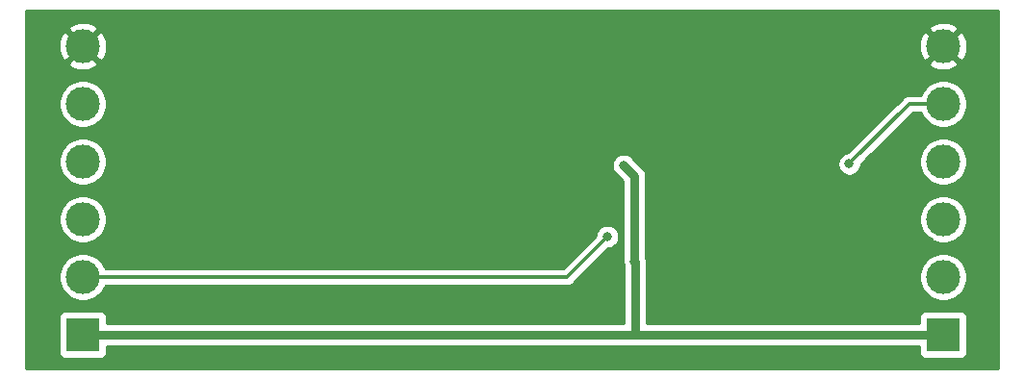
<source format=gbr>
%TF.GenerationSoftware,KiCad,Pcbnew,(5.1.6)-1*%
%TF.CreationDate,2020-11-12T09:23:23-07:00*%
%TF.ProjectId,WhiteJewel,57686974-654a-4657-9765-6c2e6b696361,rev?*%
%TF.SameCoordinates,Original*%
%TF.FileFunction,Copper,L2,Bot*%
%TF.FilePolarity,Positive*%
%FSLAX46Y46*%
G04 Gerber Fmt 4.6, Leading zero omitted, Abs format (unit mm)*
G04 Created by KiCad (PCBNEW (5.1.6)-1) date 2020-11-12 09:23:23*
%MOMM*%
%LPD*%
G01*
G04 APERTURE LIST*
%TA.AperFunction,ComponentPad*%
%ADD10C,3.000000*%
%TD*%
%TA.AperFunction,ComponentPad*%
%ADD11R,3.000000X3.000000*%
%TD*%
%TA.AperFunction,ViaPad*%
%ADD12C,0.800000*%
%TD*%
%TA.AperFunction,Conductor*%
%ADD13C,0.762000*%
%TD*%
%TA.AperFunction,Conductor*%
%ADD14C,0.304800*%
%TD*%
%TA.AperFunction,Conductor*%
%ADD15C,0.254000*%
%TD*%
G04 APERTURE END LIST*
D10*
%TO.P,J1,2*%
%TO.N,Net-(J1-Pad2)*%
X183388000Y-93980000D03*
%TO.P,J1,3*%
%TO.N,Net-(J1-Pad3)*%
X183388000Y-88900000D03*
D11*
%TO.P,J1,1*%
%TO.N,+24V*%
X183388000Y-99060000D03*
D10*
%TO.P,J1,4*%
%TO.N,Net-(J1-Pad4)*%
X183388000Y-83820000D03*
%TO.P,J1,5*%
%TO.N,Net-(J1-Pad5)*%
X183388000Y-78740000D03*
%TO.P,J1,6*%
%TO.N,GND*%
X183388000Y-73660000D03*
%TD*%
%TO.P,J2,6*%
%TO.N,GND*%
X107696000Y-73660000D03*
%TO.P,J2,5*%
%TO.N,Net-(J2-Pad5)*%
X107696000Y-78740000D03*
%TO.P,J2,4*%
%TO.N,Net-(J2-Pad4)*%
X107696000Y-83820000D03*
D11*
%TO.P,J2,1*%
%TO.N,+24V*%
X107696000Y-99060000D03*
D10*
%TO.P,J2,3*%
%TO.N,Net-(J2-Pad3)*%
X107696000Y-88900000D03*
%TO.P,J2,2*%
%TO.N,Net-(J2-Pad2)*%
X107696000Y-93980000D03*
%TD*%
D12*
%TO.N,+24V*%
X156235400Y-92608400D03*
X155270200Y-84150200D03*
%TO.N,Net-(J1-Pad5)*%
X175107600Y-84023200D03*
%TO.N,GND*%
X180136800Y-90906600D03*
X182219600Y-90881200D03*
X181711600Y-91770200D03*
X180695600Y-91795600D03*
X181178200Y-92633800D03*
X181178200Y-90881200D03*
X130276600Y-85852000D03*
X131292600Y-86360000D03*
X131292600Y-87376000D03*
X130276600Y-87376000D03*
X132308600Y-87376000D03*
X133324600Y-87376000D03*
X134340600Y-87376000D03*
X135356600Y-87376000D03*
X136372600Y-87376000D03*
X137388600Y-87376000D03*
X136372600Y-86360000D03*
X137388600Y-85852000D03*
X130276600Y-88392000D03*
X130276600Y-89408000D03*
X130276600Y-90424000D03*
X130276600Y-91440000D03*
X137388600Y-88392000D03*
X137388600Y-89408000D03*
X137388600Y-90424000D03*
X137388600Y-91440000D03*
X131292600Y-90424000D03*
X131292600Y-92202000D03*
X136372600Y-90424000D03*
X136372600Y-92202000D03*
X132308600Y-90424000D03*
X133324600Y-90424000D03*
X134340600Y-90424000D03*
X135356600Y-90424000D03*
X129260600Y-89408000D03*
X128244600Y-89408000D03*
X129260600Y-88392000D03*
X138404600Y-88392000D03*
X138404600Y-89408000D03*
X139496800Y-89408000D03*
X131292600Y-89408000D03*
X132308600Y-89408000D03*
X133324600Y-89408000D03*
X134340600Y-89408000D03*
X135356600Y-89408000D03*
X136372600Y-89408000D03*
X132308600Y-88392000D03*
X133324600Y-88392000D03*
X134340600Y-88392000D03*
X135356600Y-88392000D03*
X138023600Y-74218800D03*
X138023600Y-75488800D03*
X139293600Y-75488800D03*
X139293600Y-74218800D03*
X167055800Y-80543400D03*
X170078400Y-91262200D03*
%TO.N,Net-(J2-Pad2)*%
X153847800Y-90424000D03*
%TD*%
D13*
%TO.N,+24V*%
X164338000Y-99060000D02*
X184150000Y-99060000D01*
X106680000Y-99060000D02*
X154749500Y-99060000D01*
X154749500Y-99060000D02*
X155854400Y-99060000D01*
X156260800Y-99060000D02*
X164338000Y-99060000D01*
X156260800Y-92633800D02*
X156235400Y-92608400D01*
X156260800Y-99060000D02*
X156260800Y-92633800D01*
X155854400Y-99060000D02*
X156260800Y-99060000D01*
X156235400Y-92608400D02*
X156235400Y-85115400D01*
X156235400Y-85115400D02*
X155270200Y-84150200D01*
D14*
%TO.N,Net-(J1-Pad5)*%
X183388000Y-78740000D02*
X180390800Y-78740000D01*
X180390800Y-78740000D02*
X175107600Y-84023200D01*
%TO.N,Net-(J2-Pad2)*%
X107696000Y-93980000D02*
X150291800Y-93980000D01*
X150291800Y-93980000D02*
X153847800Y-90424000D01*
%TD*%
D15*
%TO.N,GND*%
G36*
X188240000Y-102040000D02*
G01*
X102679500Y-102040000D01*
X102679500Y-97560000D01*
X105557928Y-97560000D01*
X105557928Y-100560000D01*
X105570188Y-100684482D01*
X105606498Y-100804180D01*
X105665463Y-100914494D01*
X105744815Y-101011185D01*
X105841506Y-101090537D01*
X105951820Y-101149502D01*
X106071518Y-101185812D01*
X106196000Y-101198072D01*
X109196000Y-101198072D01*
X109320482Y-101185812D01*
X109440180Y-101149502D01*
X109550494Y-101090537D01*
X109647185Y-101011185D01*
X109726537Y-100914494D01*
X109785502Y-100804180D01*
X109821812Y-100684482D01*
X109834072Y-100560000D01*
X109834072Y-100076000D01*
X156210898Y-100076000D01*
X156260800Y-100080915D01*
X156310702Y-100076000D01*
X181249928Y-100076000D01*
X181249928Y-100560000D01*
X181262188Y-100684482D01*
X181298498Y-100804180D01*
X181357463Y-100914494D01*
X181436815Y-101011185D01*
X181533506Y-101090537D01*
X181643820Y-101149502D01*
X181763518Y-101185812D01*
X181888000Y-101198072D01*
X184888000Y-101198072D01*
X185012482Y-101185812D01*
X185132180Y-101149502D01*
X185242494Y-101090537D01*
X185339185Y-101011185D01*
X185418537Y-100914494D01*
X185477502Y-100804180D01*
X185513812Y-100684482D01*
X185526072Y-100560000D01*
X185526072Y-97560000D01*
X185513812Y-97435518D01*
X185477502Y-97315820D01*
X185418537Y-97205506D01*
X185339185Y-97108815D01*
X185242494Y-97029463D01*
X185132180Y-96970498D01*
X185012482Y-96934188D01*
X184888000Y-96921928D01*
X181888000Y-96921928D01*
X181763518Y-96934188D01*
X181643820Y-96970498D01*
X181533506Y-97029463D01*
X181436815Y-97108815D01*
X181357463Y-97205506D01*
X181298498Y-97315820D01*
X181262188Y-97435518D01*
X181249928Y-97560000D01*
X181249928Y-98044000D01*
X157276800Y-98044000D01*
X157276800Y-93769721D01*
X181253000Y-93769721D01*
X181253000Y-94190279D01*
X181335047Y-94602756D01*
X181495988Y-94991302D01*
X181729637Y-95340983D01*
X182027017Y-95638363D01*
X182376698Y-95872012D01*
X182765244Y-96032953D01*
X183177721Y-96115000D01*
X183598279Y-96115000D01*
X184010756Y-96032953D01*
X184399302Y-95872012D01*
X184748983Y-95638363D01*
X185046363Y-95340983D01*
X185280012Y-94991302D01*
X185440953Y-94602756D01*
X185523000Y-94190279D01*
X185523000Y-93769721D01*
X185440953Y-93357244D01*
X185280012Y-92968698D01*
X185046363Y-92619017D01*
X184748983Y-92321637D01*
X184399302Y-92087988D01*
X184010756Y-91927047D01*
X183598279Y-91845000D01*
X183177721Y-91845000D01*
X182765244Y-91927047D01*
X182376698Y-92087988D01*
X182027017Y-92321637D01*
X181729637Y-92619017D01*
X181495988Y-92968698D01*
X181335047Y-93357244D01*
X181253000Y-93769721D01*
X157276800Y-93769721D01*
X157276800Y-92683701D01*
X157281715Y-92633799D01*
X157270400Y-92518919D01*
X157270400Y-92506461D01*
X157267969Y-92494241D01*
X157262098Y-92434630D01*
X157254393Y-92409230D01*
X157251400Y-92399363D01*
X157251400Y-88689721D01*
X181253000Y-88689721D01*
X181253000Y-89110279D01*
X181335047Y-89522756D01*
X181495988Y-89911302D01*
X181729637Y-90260983D01*
X182027017Y-90558363D01*
X182376698Y-90792012D01*
X182765244Y-90952953D01*
X183177721Y-91035000D01*
X183598279Y-91035000D01*
X184010756Y-90952953D01*
X184399302Y-90792012D01*
X184748983Y-90558363D01*
X185046363Y-90260983D01*
X185280012Y-89911302D01*
X185440953Y-89522756D01*
X185523000Y-89110279D01*
X185523000Y-88689721D01*
X185440953Y-88277244D01*
X185280012Y-87888698D01*
X185046363Y-87539017D01*
X184748983Y-87241637D01*
X184399302Y-87007988D01*
X184010756Y-86847047D01*
X183598279Y-86765000D01*
X183177721Y-86765000D01*
X182765244Y-86847047D01*
X182376698Y-87007988D01*
X182027017Y-87241637D01*
X181729637Y-87539017D01*
X181495988Y-87888698D01*
X181335047Y-88277244D01*
X181253000Y-88689721D01*
X157251400Y-88689721D01*
X157251400Y-85165302D01*
X157256315Y-85115400D01*
X157236698Y-84916229D01*
X157178602Y-84724712D01*
X157115855Y-84607321D01*
X157084260Y-84548210D01*
X156957296Y-84393504D01*
X156918533Y-84361692D01*
X156478102Y-83921261D01*
X174072600Y-83921261D01*
X174072600Y-84125139D01*
X174112374Y-84325098D01*
X174190395Y-84513456D01*
X174303663Y-84682974D01*
X174447826Y-84827137D01*
X174617344Y-84940405D01*
X174805702Y-85018426D01*
X175005661Y-85058200D01*
X175209539Y-85058200D01*
X175409498Y-85018426D01*
X175597856Y-84940405D01*
X175767374Y-84827137D01*
X175911537Y-84682974D01*
X176024805Y-84513456D01*
X176102826Y-84325098D01*
X176142600Y-84125139D01*
X176142600Y-84101750D01*
X176634629Y-83609721D01*
X181253000Y-83609721D01*
X181253000Y-84030279D01*
X181335047Y-84442756D01*
X181495988Y-84831302D01*
X181729637Y-85180983D01*
X182027017Y-85478363D01*
X182376698Y-85712012D01*
X182765244Y-85872953D01*
X183177721Y-85955000D01*
X183598279Y-85955000D01*
X184010756Y-85872953D01*
X184399302Y-85712012D01*
X184748983Y-85478363D01*
X185046363Y-85180983D01*
X185280012Y-84831302D01*
X185440953Y-84442756D01*
X185523000Y-84030279D01*
X185523000Y-83609721D01*
X185440953Y-83197244D01*
X185280012Y-82808698D01*
X185046363Y-82459017D01*
X184748983Y-82161637D01*
X184399302Y-81927988D01*
X184010756Y-81767047D01*
X183598279Y-81685000D01*
X183177721Y-81685000D01*
X182765244Y-81767047D01*
X182376698Y-81927988D01*
X182027017Y-82161637D01*
X181729637Y-82459017D01*
X181495988Y-82808698D01*
X181335047Y-83197244D01*
X181253000Y-83609721D01*
X176634629Y-83609721D01*
X180716952Y-79527400D01*
X181403245Y-79527400D01*
X181495988Y-79751302D01*
X181729637Y-80100983D01*
X182027017Y-80398363D01*
X182376698Y-80632012D01*
X182765244Y-80792953D01*
X183177721Y-80875000D01*
X183598279Y-80875000D01*
X184010756Y-80792953D01*
X184399302Y-80632012D01*
X184748983Y-80398363D01*
X185046363Y-80100983D01*
X185280012Y-79751302D01*
X185440953Y-79362756D01*
X185523000Y-78950279D01*
X185523000Y-78529721D01*
X185440953Y-78117244D01*
X185280012Y-77728698D01*
X185046363Y-77379017D01*
X184748983Y-77081637D01*
X184399302Y-76847988D01*
X184010756Y-76687047D01*
X183598279Y-76605000D01*
X183177721Y-76605000D01*
X182765244Y-76687047D01*
X182376698Y-76847988D01*
X182027017Y-77081637D01*
X181729637Y-77379017D01*
X181495988Y-77728698D01*
X181403245Y-77952600D01*
X180429462Y-77952600D01*
X180390799Y-77948792D01*
X180352136Y-77952600D01*
X180352127Y-77952600D01*
X180236443Y-77963994D01*
X180088017Y-78009018D01*
X179951228Y-78082134D01*
X179951226Y-78082135D01*
X179951227Y-78082135D01*
X179861369Y-78155879D01*
X179861367Y-78155881D01*
X179831331Y-78180531D01*
X179806681Y-78210567D01*
X175029050Y-82988200D01*
X175005661Y-82988200D01*
X174805702Y-83027974D01*
X174617344Y-83105995D01*
X174447826Y-83219263D01*
X174303663Y-83363426D01*
X174190395Y-83532944D01*
X174112374Y-83721302D01*
X174072600Y-83921261D01*
X156478102Y-83921261D01*
X156128246Y-83571405D01*
X156074137Y-83490426D01*
X155929974Y-83346263D01*
X155760456Y-83232995D01*
X155572098Y-83154974D01*
X155372139Y-83115200D01*
X155168261Y-83115200D01*
X154968302Y-83154974D01*
X154779944Y-83232995D01*
X154610426Y-83346263D01*
X154466263Y-83490426D01*
X154352995Y-83659944D01*
X154274974Y-83848302D01*
X154235200Y-84048261D01*
X154235200Y-84252139D01*
X154274974Y-84452098D01*
X154352995Y-84640456D01*
X154466263Y-84809974D01*
X154610426Y-84954137D01*
X154691405Y-85008246D01*
X155219401Y-85536242D01*
X155219400Y-92410941D01*
X155200400Y-92506461D01*
X155200400Y-92710339D01*
X155240174Y-92910298D01*
X155244801Y-92921468D01*
X155244800Y-98044000D01*
X109834072Y-98044000D01*
X109834072Y-97560000D01*
X109821812Y-97435518D01*
X109785502Y-97315820D01*
X109726537Y-97205506D01*
X109647185Y-97108815D01*
X109550494Y-97029463D01*
X109440180Y-96970498D01*
X109320482Y-96934188D01*
X109196000Y-96921928D01*
X106196000Y-96921928D01*
X106071518Y-96934188D01*
X105951820Y-96970498D01*
X105841506Y-97029463D01*
X105744815Y-97108815D01*
X105665463Y-97205506D01*
X105606498Y-97315820D01*
X105570188Y-97435518D01*
X105557928Y-97560000D01*
X102679500Y-97560000D01*
X102679500Y-93769721D01*
X105561000Y-93769721D01*
X105561000Y-94190279D01*
X105643047Y-94602756D01*
X105803988Y-94991302D01*
X106037637Y-95340983D01*
X106335017Y-95638363D01*
X106684698Y-95872012D01*
X107073244Y-96032953D01*
X107485721Y-96115000D01*
X107906279Y-96115000D01*
X108318756Y-96032953D01*
X108707302Y-95872012D01*
X109056983Y-95638363D01*
X109354363Y-95340983D01*
X109588012Y-94991302D01*
X109680755Y-94767400D01*
X150253137Y-94767400D01*
X150291800Y-94771208D01*
X150330463Y-94767400D01*
X150330473Y-94767400D01*
X150446157Y-94756006D01*
X150594583Y-94710982D01*
X150731372Y-94637866D01*
X150851269Y-94539469D01*
X150875928Y-94509422D01*
X153926352Y-91459000D01*
X153949739Y-91459000D01*
X154149698Y-91419226D01*
X154338056Y-91341205D01*
X154507574Y-91227937D01*
X154651737Y-91083774D01*
X154765005Y-90914256D01*
X154843026Y-90725898D01*
X154882800Y-90525939D01*
X154882800Y-90322061D01*
X154843026Y-90122102D01*
X154765005Y-89933744D01*
X154651737Y-89764226D01*
X154507574Y-89620063D01*
X154338056Y-89506795D01*
X154149698Y-89428774D01*
X153949739Y-89389000D01*
X153745861Y-89389000D01*
X153545902Y-89428774D01*
X153357544Y-89506795D01*
X153188026Y-89620063D01*
X153043863Y-89764226D01*
X152930595Y-89933744D01*
X152852574Y-90122102D01*
X152812800Y-90322061D01*
X152812800Y-90345448D01*
X149965650Y-93192600D01*
X109680755Y-93192600D01*
X109588012Y-92968698D01*
X109354363Y-92619017D01*
X109056983Y-92321637D01*
X108707302Y-92087988D01*
X108318756Y-91927047D01*
X107906279Y-91845000D01*
X107485721Y-91845000D01*
X107073244Y-91927047D01*
X106684698Y-92087988D01*
X106335017Y-92321637D01*
X106037637Y-92619017D01*
X105803988Y-92968698D01*
X105643047Y-93357244D01*
X105561000Y-93769721D01*
X102679500Y-93769721D01*
X102679500Y-88689721D01*
X105561000Y-88689721D01*
X105561000Y-89110279D01*
X105643047Y-89522756D01*
X105803988Y-89911302D01*
X106037637Y-90260983D01*
X106335017Y-90558363D01*
X106684698Y-90792012D01*
X107073244Y-90952953D01*
X107485721Y-91035000D01*
X107906279Y-91035000D01*
X108318756Y-90952953D01*
X108707302Y-90792012D01*
X109056983Y-90558363D01*
X109354363Y-90260983D01*
X109588012Y-89911302D01*
X109748953Y-89522756D01*
X109831000Y-89110279D01*
X109831000Y-88689721D01*
X109748953Y-88277244D01*
X109588012Y-87888698D01*
X109354363Y-87539017D01*
X109056983Y-87241637D01*
X108707302Y-87007988D01*
X108318756Y-86847047D01*
X107906279Y-86765000D01*
X107485721Y-86765000D01*
X107073244Y-86847047D01*
X106684698Y-87007988D01*
X106335017Y-87241637D01*
X106037637Y-87539017D01*
X105803988Y-87888698D01*
X105643047Y-88277244D01*
X105561000Y-88689721D01*
X102679500Y-88689721D01*
X102679500Y-83609721D01*
X105561000Y-83609721D01*
X105561000Y-84030279D01*
X105643047Y-84442756D01*
X105803988Y-84831302D01*
X106037637Y-85180983D01*
X106335017Y-85478363D01*
X106684698Y-85712012D01*
X107073244Y-85872953D01*
X107485721Y-85955000D01*
X107906279Y-85955000D01*
X108318756Y-85872953D01*
X108707302Y-85712012D01*
X109056983Y-85478363D01*
X109354363Y-85180983D01*
X109588012Y-84831302D01*
X109748953Y-84442756D01*
X109831000Y-84030279D01*
X109831000Y-83609721D01*
X109748953Y-83197244D01*
X109588012Y-82808698D01*
X109354363Y-82459017D01*
X109056983Y-82161637D01*
X108707302Y-81927988D01*
X108318756Y-81767047D01*
X107906279Y-81685000D01*
X107485721Y-81685000D01*
X107073244Y-81767047D01*
X106684698Y-81927988D01*
X106335017Y-82161637D01*
X106037637Y-82459017D01*
X105803988Y-82808698D01*
X105643047Y-83197244D01*
X105561000Y-83609721D01*
X102679500Y-83609721D01*
X102679500Y-78529721D01*
X105561000Y-78529721D01*
X105561000Y-78950279D01*
X105643047Y-79362756D01*
X105803988Y-79751302D01*
X106037637Y-80100983D01*
X106335017Y-80398363D01*
X106684698Y-80632012D01*
X107073244Y-80792953D01*
X107485721Y-80875000D01*
X107906279Y-80875000D01*
X108318756Y-80792953D01*
X108707302Y-80632012D01*
X109056983Y-80398363D01*
X109354363Y-80100983D01*
X109588012Y-79751302D01*
X109748953Y-79362756D01*
X109831000Y-78950279D01*
X109831000Y-78529721D01*
X109748953Y-78117244D01*
X109588012Y-77728698D01*
X109354363Y-77379017D01*
X109056983Y-77081637D01*
X108707302Y-76847988D01*
X108318756Y-76687047D01*
X107906279Y-76605000D01*
X107485721Y-76605000D01*
X107073244Y-76687047D01*
X106684698Y-76847988D01*
X106335017Y-77081637D01*
X106037637Y-77379017D01*
X105803988Y-77728698D01*
X105643047Y-78117244D01*
X105561000Y-78529721D01*
X102679500Y-78529721D01*
X102679500Y-75151653D01*
X106383952Y-75151653D01*
X106539962Y-75467214D01*
X106914745Y-75658020D01*
X107319551Y-75772044D01*
X107738824Y-75804902D01*
X108156451Y-75755334D01*
X108556383Y-75625243D01*
X108852038Y-75467214D01*
X109008048Y-75151653D01*
X182075952Y-75151653D01*
X182231962Y-75467214D01*
X182606745Y-75658020D01*
X183011551Y-75772044D01*
X183430824Y-75804902D01*
X183848451Y-75755334D01*
X184248383Y-75625243D01*
X184544038Y-75467214D01*
X184700048Y-75151653D01*
X183388000Y-73839605D01*
X182075952Y-75151653D01*
X109008048Y-75151653D01*
X107696000Y-73839605D01*
X106383952Y-75151653D01*
X102679500Y-75151653D01*
X102679500Y-73702824D01*
X105551098Y-73702824D01*
X105600666Y-74120451D01*
X105730757Y-74520383D01*
X105888786Y-74816038D01*
X106204347Y-74972048D01*
X107516395Y-73660000D01*
X107875605Y-73660000D01*
X109187653Y-74972048D01*
X109503214Y-74816038D01*
X109694020Y-74441255D01*
X109808044Y-74036449D01*
X109834189Y-73702824D01*
X181243098Y-73702824D01*
X181292666Y-74120451D01*
X181422757Y-74520383D01*
X181580786Y-74816038D01*
X181896347Y-74972048D01*
X183208395Y-73660000D01*
X183567605Y-73660000D01*
X184879653Y-74972048D01*
X185195214Y-74816038D01*
X185386020Y-74441255D01*
X185500044Y-74036449D01*
X185532902Y-73617176D01*
X185483334Y-73199549D01*
X185353243Y-72799617D01*
X185195214Y-72503962D01*
X184879653Y-72347952D01*
X183567605Y-73660000D01*
X183208395Y-73660000D01*
X181896347Y-72347952D01*
X181580786Y-72503962D01*
X181389980Y-72878745D01*
X181275956Y-73283551D01*
X181243098Y-73702824D01*
X109834189Y-73702824D01*
X109840902Y-73617176D01*
X109791334Y-73199549D01*
X109661243Y-72799617D01*
X109503214Y-72503962D01*
X109187653Y-72347952D01*
X107875605Y-73660000D01*
X107516395Y-73660000D01*
X106204347Y-72347952D01*
X105888786Y-72503962D01*
X105697980Y-72878745D01*
X105583956Y-73283551D01*
X105551098Y-73702824D01*
X102679500Y-73702824D01*
X102679500Y-72168347D01*
X106383952Y-72168347D01*
X107696000Y-73480395D01*
X109008048Y-72168347D01*
X182075952Y-72168347D01*
X183388000Y-73480395D01*
X184700048Y-72168347D01*
X184544038Y-71852786D01*
X184169255Y-71661980D01*
X183764449Y-71547956D01*
X183345176Y-71515098D01*
X182927549Y-71564666D01*
X182527617Y-71694757D01*
X182231962Y-71852786D01*
X182075952Y-72168347D01*
X109008048Y-72168347D01*
X108852038Y-71852786D01*
X108477255Y-71661980D01*
X108072449Y-71547956D01*
X107653176Y-71515098D01*
X107235549Y-71564666D01*
X106835617Y-71694757D01*
X106539962Y-71852786D01*
X106383952Y-72168347D01*
X102679500Y-72168347D01*
X102679500Y-70510000D01*
X188240001Y-70510000D01*
X188240000Y-102040000D01*
G37*
X188240000Y-102040000D02*
X102679500Y-102040000D01*
X102679500Y-97560000D01*
X105557928Y-97560000D01*
X105557928Y-100560000D01*
X105570188Y-100684482D01*
X105606498Y-100804180D01*
X105665463Y-100914494D01*
X105744815Y-101011185D01*
X105841506Y-101090537D01*
X105951820Y-101149502D01*
X106071518Y-101185812D01*
X106196000Y-101198072D01*
X109196000Y-101198072D01*
X109320482Y-101185812D01*
X109440180Y-101149502D01*
X109550494Y-101090537D01*
X109647185Y-101011185D01*
X109726537Y-100914494D01*
X109785502Y-100804180D01*
X109821812Y-100684482D01*
X109834072Y-100560000D01*
X109834072Y-100076000D01*
X156210898Y-100076000D01*
X156260800Y-100080915D01*
X156310702Y-100076000D01*
X181249928Y-100076000D01*
X181249928Y-100560000D01*
X181262188Y-100684482D01*
X181298498Y-100804180D01*
X181357463Y-100914494D01*
X181436815Y-101011185D01*
X181533506Y-101090537D01*
X181643820Y-101149502D01*
X181763518Y-101185812D01*
X181888000Y-101198072D01*
X184888000Y-101198072D01*
X185012482Y-101185812D01*
X185132180Y-101149502D01*
X185242494Y-101090537D01*
X185339185Y-101011185D01*
X185418537Y-100914494D01*
X185477502Y-100804180D01*
X185513812Y-100684482D01*
X185526072Y-100560000D01*
X185526072Y-97560000D01*
X185513812Y-97435518D01*
X185477502Y-97315820D01*
X185418537Y-97205506D01*
X185339185Y-97108815D01*
X185242494Y-97029463D01*
X185132180Y-96970498D01*
X185012482Y-96934188D01*
X184888000Y-96921928D01*
X181888000Y-96921928D01*
X181763518Y-96934188D01*
X181643820Y-96970498D01*
X181533506Y-97029463D01*
X181436815Y-97108815D01*
X181357463Y-97205506D01*
X181298498Y-97315820D01*
X181262188Y-97435518D01*
X181249928Y-97560000D01*
X181249928Y-98044000D01*
X157276800Y-98044000D01*
X157276800Y-93769721D01*
X181253000Y-93769721D01*
X181253000Y-94190279D01*
X181335047Y-94602756D01*
X181495988Y-94991302D01*
X181729637Y-95340983D01*
X182027017Y-95638363D01*
X182376698Y-95872012D01*
X182765244Y-96032953D01*
X183177721Y-96115000D01*
X183598279Y-96115000D01*
X184010756Y-96032953D01*
X184399302Y-95872012D01*
X184748983Y-95638363D01*
X185046363Y-95340983D01*
X185280012Y-94991302D01*
X185440953Y-94602756D01*
X185523000Y-94190279D01*
X185523000Y-93769721D01*
X185440953Y-93357244D01*
X185280012Y-92968698D01*
X185046363Y-92619017D01*
X184748983Y-92321637D01*
X184399302Y-92087988D01*
X184010756Y-91927047D01*
X183598279Y-91845000D01*
X183177721Y-91845000D01*
X182765244Y-91927047D01*
X182376698Y-92087988D01*
X182027017Y-92321637D01*
X181729637Y-92619017D01*
X181495988Y-92968698D01*
X181335047Y-93357244D01*
X181253000Y-93769721D01*
X157276800Y-93769721D01*
X157276800Y-92683701D01*
X157281715Y-92633799D01*
X157270400Y-92518919D01*
X157270400Y-92506461D01*
X157267969Y-92494241D01*
X157262098Y-92434630D01*
X157254393Y-92409230D01*
X157251400Y-92399363D01*
X157251400Y-88689721D01*
X181253000Y-88689721D01*
X181253000Y-89110279D01*
X181335047Y-89522756D01*
X181495988Y-89911302D01*
X181729637Y-90260983D01*
X182027017Y-90558363D01*
X182376698Y-90792012D01*
X182765244Y-90952953D01*
X183177721Y-91035000D01*
X183598279Y-91035000D01*
X184010756Y-90952953D01*
X184399302Y-90792012D01*
X184748983Y-90558363D01*
X185046363Y-90260983D01*
X185280012Y-89911302D01*
X185440953Y-89522756D01*
X185523000Y-89110279D01*
X185523000Y-88689721D01*
X185440953Y-88277244D01*
X185280012Y-87888698D01*
X185046363Y-87539017D01*
X184748983Y-87241637D01*
X184399302Y-87007988D01*
X184010756Y-86847047D01*
X183598279Y-86765000D01*
X183177721Y-86765000D01*
X182765244Y-86847047D01*
X182376698Y-87007988D01*
X182027017Y-87241637D01*
X181729637Y-87539017D01*
X181495988Y-87888698D01*
X181335047Y-88277244D01*
X181253000Y-88689721D01*
X157251400Y-88689721D01*
X157251400Y-85165302D01*
X157256315Y-85115400D01*
X157236698Y-84916229D01*
X157178602Y-84724712D01*
X157115855Y-84607321D01*
X157084260Y-84548210D01*
X156957296Y-84393504D01*
X156918533Y-84361692D01*
X156478102Y-83921261D01*
X174072600Y-83921261D01*
X174072600Y-84125139D01*
X174112374Y-84325098D01*
X174190395Y-84513456D01*
X174303663Y-84682974D01*
X174447826Y-84827137D01*
X174617344Y-84940405D01*
X174805702Y-85018426D01*
X175005661Y-85058200D01*
X175209539Y-85058200D01*
X175409498Y-85018426D01*
X175597856Y-84940405D01*
X175767374Y-84827137D01*
X175911537Y-84682974D01*
X176024805Y-84513456D01*
X176102826Y-84325098D01*
X176142600Y-84125139D01*
X176142600Y-84101750D01*
X176634629Y-83609721D01*
X181253000Y-83609721D01*
X181253000Y-84030279D01*
X181335047Y-84442756D01*
X181495988Y-84831302D01*
X181729637Y-85180983D01*
X182027017Y-85478363D01*
X182376698Y-85712012D01*
X182765244Y-85872953D01*
X183177721Y-85955000D01*
X183598279Y-85955000D01*
X184010756Y-85872953D01*
X184399302Y-85712012D01*
X184748983Y-85478363D01*
X185046363Y-85180983D01*
X185280012Y-84831302D01*
X185440953Y-84442756D01*
X185523000Y-84030279D01*
X185523000Y-83609721D01*
X185440953Y-83197244D01*
X185280012Y-82808698D01*
X185046363Y-82459017D01*
X184748983Y-82161637D01*
X184399302Y-81927988D01*
X184010756Y-81767047D01*
X183598279Y-81685000D01*
X183177721Y-81685000D01*
X182765244Y-81767047D01*
X182376698Y-81927988D01*
X182027017Y-82161637D01*
X181729637Y-82459017D01*
X181495988Y-82808698D01*
X181335047Y-83197244D01*
X181253000Y-83609721D01*
X176634629Y-83609721D01*
X180716952Y-79527400D01*
X181403245Y-79527400D01*
X181495988Y-79751302D01*
X181729637Y-80100983D01*
X182027017Y-80398363D01*
X182376698Y-80632012D01*
X182765244Y-80792953D01*
X183177721Y-80875000D01*
X183598279Y-80875000D01*
X184010756Y-80792953D01*
X184399302Y-80632012D01*
X184748983Y-80398363D01*
X185046363Y-80100983D01*
X185280012Y-79751302D01*
X185440953Y-79362756D01*
X185523000Y-78950279D01*
X185523000Y-78529721D01*
X185440953Y-78117244D01*
X185280012Y-77728698D01*
X185046363Y-77379017D01*
X184748983Y-77081637D01*
X184399302Y-76847988D01*
X184010756Y-76687047D01*
X183598279Y-76605000D01*
X183177721Y-76605000D01*
X182765244Y-76687047D01*
X182376698Y-76847988D01*
X182027017Y-77081637D01*
X181729637Y-77379017D01*
X181495988Y-77728698D01*
X181403245Y-77952600D01*
X180429462Y-77952600D01*
X180390799Y-77948792D01*
X180352136Y-77952600D01*
X180352127Y-77952600D01*
X180236443Y-77963994D01*
X180088017Y-78009018D01*
X179951228Y-78082134D01*
X179951226Y-78082135D01*
X179951227Y-78082135D01*
X179861369Y-78155879D01*
X179861367Y-78155881D01*
X179831331Y-78180531D01*
X179806681Y-78210567D01*
X175029050Y-82988200D01*
X175005661Y-82988200D01*
X174805702Y-83027974D01*
X174617344Y-83105995D01*
X174447826Y-83219263D01*
X174303663Y-83363426D01*
X174190395Y-83532944D01*
X174112374Y-83721302D01*
X174072600Y-83921261D01*
X156478102Y-83921261D01*
X156128246Y-83571405D01*
X156074137Y-83490426D01*
X155929974Y-83346263D01*
X155760456Y-83232995D01*
X155572098Y-83154974D01*
X155372139Y-83115200D01*
X155168261Y-83115200D01*
X154968302Y-83154974D01*
X154779944Y-83232995D01*
X154610426Y-83346263D01*
X154466263Y-83490426D01*
X154352995Y-83659944D01*
X154274974Y-83848302D01*
X154235200Y-84048261D01*
X154235200Y-84252139D01*
X154274974Y-84452098D01*
X154352995Y-84640456D01*
X154466263Y-84809974D01*
X154610426Y-84954137D01*
X154691405Y-85008246D01*
X155219401Y-85536242D01*
X155219400Y-92410941D01*
X155200400Y-92506461D01*
X155200400Y-92710339D01*
X155240174Y-92910298D01*
X155244801Y-92921468D01*
X155244800Y-98044000D01*
X109834072Y-98044000D01*
X109834072Y-97560000D01*
X109821812Y-97435518D01*
X109785502Y-97315820D01*
X109726537Y-97205506D01*
X109647185Y-97108815D01*
X109550494Y-97029463D01*
X109440180Y-96970498D01*
X109320482Y-96934188D01*
X109196000Y-96921928D01*
X106196000Y-96921928D01*
X106071518Y-96934188D01*
X105951820Y-96970498D01*
X105841506Y-97029463D01*
X105744815Y-97108815D01*
X105665463Y-97205506D01*
X105606498Y-97315820D01*
X105570188Y-97435518D01*
X105557928Y-97560000D01*
X102679500Y-97560000D01*
X102679500Y-93769721D01*
X105561000Y-93769721D01*
X105561000Y-94190279D01*
X105643047Y-94602756D01*
X105803988Y-94991302D01*
X106037637Y-95340983D01*
X106335017Y-95638363D01*
X106684698Y-95872012D01*
X107073244Y-96032953D01*
X107485721Y-96115000D01*
X107906279Y-96115000D01*
X108318756Y-96032953D01*
X108707302Y-95872012D01*
X109056983Y-95638363D01*
X109354363Y-95340983D01*
X109588012Y-94991302D01*
X109680755Y-94767400D01*
X150253137Y-94767400D01*
X150291800Y-94771208D01*
X150330463Y-94767400D01*
X150330473Y-94767400D01*
X150446157Y-94756006D01*
X150594583Y-94710982D01*
X150731372Y-94637866D01*
X150851269Y-94539469D01*
X150875928Y-94509422D01*
X153926352Y-91459000D01*
X153949739Y-91459000D01*
X154149698Y-91419226D01*
X154338056Y-91341205D01*
X154507574Y-91227937D01*
X154651737Y-91083774D01*
X154765005Y-90914256D01*
X154843026Y-90725898D01*
X154882800Y-90525939D01*
X154882800Y-90322061D01*
X154843026Y-90122102D01*
X154765005Y-89933744D01*
X154651737Y-89764226D01*
X154507574Y-89620063D01*
X154338056Y-89506795D01*
X154149698Y-89428774D01*
X153949739Y-89389000D01*
X153745861Y-89389000D01*
X153545902Y-89428774D01*
X153357544Y-89506795D01*
X153188026Y-89620063D01*
X153043863Y-89764226D01*
X152930595Y-89933744D01*
X152852574Y-90122102D01*
X152812800Y-90322061D01*
X152812800Y-90345448D01*
X149965650Y-93192600D01*
X109680755Y-93192600D01*
X109588012Y-92968698D01*
X109354363Y-92619017D01*
X109056983Y-92321637D01*
X108707302Y-92087988D01*
X108318756Y-91927047D01*
X107906279Y-91845000D01*
X107485721Y-91845000D01*
X107073244Y-91927047D01*
X106684698Y-92087988D01*
X106335017Y-92321637D01*
X106037637Y-92619017D01*
X105803988Y-92968698D01*
X105643047Y-93357244D01*
X105561000Y-93769721D01*
X102679500Y-93769721D01*
X102679500Y-88689721D01*
X105561000Y-88689721D01*
X105561000Y-89110279D01*
X105643047Y-89522756D01*
X105803988Y-89911302D01*
X106037637Y-90260983D01*
X106335017Y-90558363D01*
X106684698Y-90792012D01*
X107073244Y-90952953D01*
X107485721Y-91035000D01*
X107906279Y-91035000D01*
X108318756Y-90952953D01*
X108707302Y-90792012D01*
X109056983Y-90558363D01*
X109354363Y-90260983D01*
X109588012Y-89911302D01*
X109748953Y-89522756D01*
X109831000Y-89110279D01*
X109831000Y-88689721D01*
X109748953Y-88277244D01*
X109588012Y-87888698D01*
X109354363Y-87539017D01*
X109056983Y-87241637D01*
X108707302Y-87007988D01*
X108318756Y-86847047D01*
X107906279Y-86765000D01*
X107485721Y-86765000D01*
X107073244Y-86847047D01*
X106684698Y-87007988D01*
X106335017Y-87241637D01*
X106037637Y-87539017D01*
X105803988Y-87888698D01*
X105643047Y-88277244D01*
X105561000Y-88689721D01*
X102679500Y-88689721D01*
X102679500Y-83609721D01*
X105561000Y-83609721D01*
X105561000Y-84030279D01*
X105643047Y-84442756D01*
X105803988Y-84831302D01*
X106037637Y-85180983D01*
X106335017Y-85478363D01*
X106684698Y-85712012D01*
X107073244Y-85872953D01*
X107485721Y-85955000D01*
X107906279Y-85955000D01*
X108318756Y-85872953D01*
X108707302Y-85712012D01*
X109056983Y-85478363D01*
X109354363Y-85180983D01*
X109588012Y-84831302D01*
X109748953Y-84442756D01*
X109831000Y-84030279D01*
X109831000Y-83609721D01*
X109748953Y-83197244D01*
X109588012Y-82808698D01*
X109354363Y-82459017D01*
X109056983Y-82161637D01*
X108707302Y-81927988D01*
X108318756Y-81767047D01*
X107906279Y-81685000D01*
X107485721Y-81685000D01*
X107073244Y-81767047D01*
X106684698Y-81927988D01*
X106335017Y-82161637D01*
X106037637Y-82459017D01*
X105803988Y-82808698D01*
X105643047Y-83197244D01*
X105561000Y-83609721D01*
X102679500Y-83609721D01*
X102679500Y-78529721D01*
X105561000Y-78529721D01*
X105561000Y-78950279D01*
X105643047Y-79362756D01*
X105803988Y-79751302D01*
X106037637Y-80100983D01*
X106335017Y-80398363D01*
X106684698Y-80632012D01*
X107073244Y-80792953D01*
X107485721Y-80875000D01*
X107906279Y-80875000D01*
X108318756Y-80792953D01*
X108707302Y-80632012D01*
X109056983Y-80398363D01*
X109354363Y-80100983D01*
X109588012Y-79751302D01*
X109748953Y-79362756D01*
X109831000Y-78950279D01*
X109831000Y-78529721D01*
X109748953Y-78117244D01*
X109588012Y-77728698D01*
X109354363Y-77379017D01*
X109056983Y-77081637D01*
X108707302Y-76847988D01*
X108318756Y-76687047D01*
X107906279Y-76605000D01*
X107485721Y-76605000D01*
X107073244Y-76687047D01*
X106684698Y-76847988D01*
X106335017Y-77081637D01*
X106037637Y-77379017D01*
X105803988Y-77728698D01*
X105643047Y-78117244D01*
X105561000Y-78529721D01*
X102679500Y-78529721D01*
X102679500Y-75151653D01*
X106383952Y-75151653D01*
X106539962Y-75467214D01*
X106914745Y-75658020D01*
X107319551Y-75772044D01*
X107738824Y-75804902D01*
X108156451Y-75755334D01*
X108556383Y-75625243D01*
X108852038Y-75467214D01*
X109008048Y-75151653D01*
X182075952Y-75151653D01*
X182231962Y-75467214D01*
X182606745Y-75658020D01*
X183011551Y-75772044D01*
X183430824Y-75804902D01*
X183848451Y-75755334D01*
X184248383Y-75625243D01*
X184544038Y-75467214D01*
X184700048Y-75151653D01*
X183388000Y-73839605D01*
X182075952Y-75151653D01*
X109008048Y-75151653D01*
X107696000Y-73839605D01*
X106383952Y-75151653D01*
X102679500Y-75151653D01*
X102679500Y-73702824D01*
X105551098Y-73702824D01*
X105600666Y-74120451D01*
X105730757Y-74520383D01*
X105888786Y-74816038D01*
X106204347Y-74972048D01*
X107516395Y-73660000D01*
X107875605Y-73660000D01*
X109187653Y-74972048D01*
X109503214Y-74816038D01*
X109694020Y-74441255D01*
X109808044Y-74036449D01*
X109834189Y-73702824D01*
X181243098Y-73702824D01*
X181292666Y-74120451D01*
X181422757Y-74520383D01*
X181580786Y-74816038D01*
X181896347Y-74972048D01*
X183208395Y-73660000D01*
X183567605Y-73660000D01*
X184879653Y-74972048D01*
X185195214Y-74816038D01*
X185386020Y-74441255D01*
X185500044Y-74036449D01*
X185532902Y-73617176D01*
X185483334Y-73199549D01*
X185353243Y-72799617D01*
X185195214Y-72503962D01*
X184879653Y-72347952D01*
X183567605Y-73660000D01*
X183208395Y-73660000D01*
X181896347Y-72347952D01*
X181580786Y-72503962D01*
X181389980Y-72878745D01*
X181275956Y-73283551D01*
X181243098Y-73702824D01*
X109834189Y-73702824D01*
X109840902Y-73617176D01*
X109791334Y-73199549D01*
X109661243Y-72799617D01*
X109503214Y-72503962D01*
X109187653Y-72347952D01*
X107875605Y-73660000D01*
X107516395Y-73660000D01*
X106204347Y-72347952D01*
X105888786Y-72503962D01*
X105697980Y-72878745D01*
X105583956Y-73283551D01*
X105551098Y-73702824D01*
X102679500Y-73702824D01*
X102679500Y-72168347D01*
X106383952Y-72168347D01*
X107696000Y-73480395D01*
X109008048Y-72168347D01*
X182075952Y-72168347D01*
X183388000Y-73480395D01*
X184700048Y-72168347D01*
X184544038Y-71852786D01*
X184169255Y-71661980D01*
X183764449Y-71547956D01*
X183345176Y-71515098D01*
X182927549Y-71564666D01*
X182527617Y-71694757D01*
X182231962Y-71852786D01*
X182075952Y-72168347D01*
X109008048Y-72168347D01*
X108852038Y-71852786D01*
X108477255Y-71661980D01*
X108072449Y-71547956D01*
X107653176Y-71515098D01*
X107235549Y-71564666D01*
X106835617Y-71694757D01*
X106539962Y-71852786D01*
X106383952Y-72168347D01*
X102679500Y-72168347D01*
X102679500Y-70510000D01*
X188240001Y-70510000D01*
X188240000Y-102040000D01*
%TD*%
M02*

</source>
